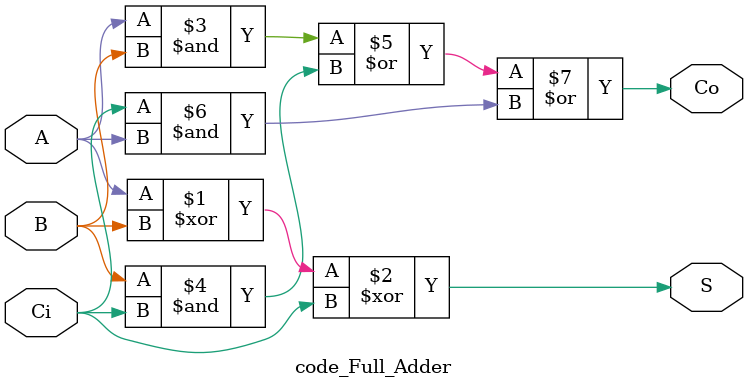
<source format=v>
`timescale 1ns / 1ps


module code_Full_Adder(
    input A,
    input B,
    input Ci,
    output S,
    output Co
    );
    
    assign S = A ^ B ^ Ci;
    assign Co = (A&B)|(B&Ci)|(Ci&A);
endmodule

</source>
